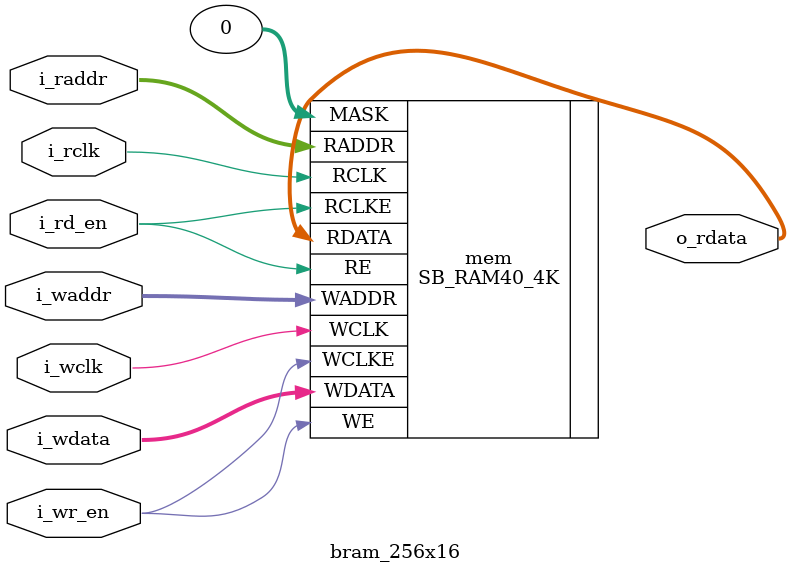
<source format=v>
/*

iCE40 Dual-Ported Block RAM in a 256x16 configuration.
That's 256 16-bit memory locations with 8-bit addresses.

See FPGA-TN-02002-1-7-Memory-Usage-Guide-for-iCE40-Devices.pdf.

    +-----------------+
    | bram (4kb)      |
    |                 |
--->|i_rd_en   i_wr_en|<---
=A=>|i_raddr   i_waddr|<=A=
<=D=|o_rdata   i_wdata|<=D=
    |                 |
 +->|i_rclk     i_wclk|<-+
 |  +-----------------+  |

*/

`default_nettype none

module bram_256x16 (
    input           i_wclk,         // write clock
    input           i_wr_en,        // write request
    input   [7:0]   i_waddr,        // write address
    input   [15:0]  i_wdata,        // data written

    input           i_rclk,         // read clock
    input           i_rd_en,        // read request
    input   [7:0]   i_raddr,        // read address
    output  [15:0]  o_rdata         // data read
);
    SB_RAM40_4K #(
        .WRITE_MODE(0),     // 256x16
        .READ_MODE(0)       // 256x16
    ) mem (
        .RDATA(o_rdata),
        .RCLK(i_rclk),
        .RCLKE(i_rd_en),
        .RE(i_rd_en),
        .RADDR(i_raddr),
        .WCLK(i_wclk),
        .WCLKE(i_wr_en),
        .WE(i_wr_en),
        .WADDR(i_waddr),
        .MASK(0),
        .WDATA(i_wdata)
    );
endmodule

</source>
